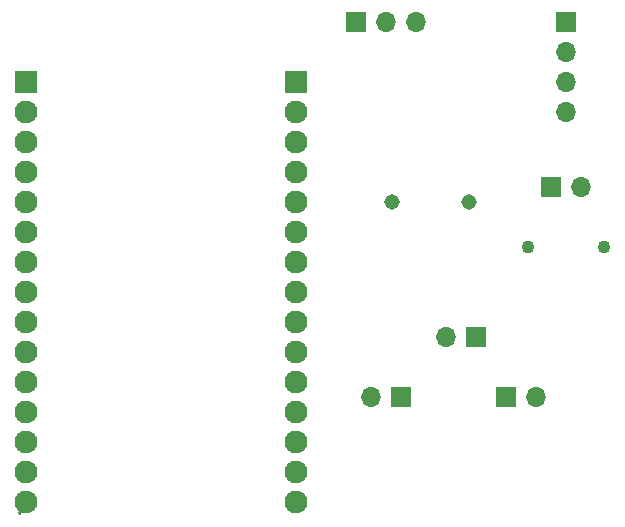
<source format=gbr>
%TF.GenerationSoftware,KiCad,Pcbnew,(5.1.12)-1*%
%TF.CreationDate,2021-12-20T17:02:30+01:00*%
%TF.ProjectId,PCB_Chair_tracker,5043425f-4368-4616-9972-5f747261636b,rev?*%
%TF.SameCoordinates,Original*%
%TF.FileFunction,Copper,L1,Top*%
%TF.FilePolarity,Positive*%
%FSLAX46Y46*%
G04 Gerber Fmt 4.6, Leading zero omitted, Abs format (unit mm)*
G04 Created by KiCad (PCBNEW (5.1.12)-1) date 2021-12-20 17:02:30*
%MOMM*%
%LPD*%
G01*
G04 APERTURE LIST*
%TA.AperFunction,ComponentPad*%
%ADD10R,1.700000X1.700000*%
%TD*%
%TA.AperFunction,ComponentPad*%
%ADD11O,1.700000X1.700000*%
%TD*%
%TA.AperFunction,ComponentPad*%
%ADD12R,1.930000X1.930000*%
%TD*%
%TA.AperFunction,ComponentPad*%
%ADD13C,1.930000*%
%TD*%
%TA.AperFunction,ComponentPad*%
%ADD14C,1.308000*%
%TD*%
%TA.AperFunction,ComponentPad*%
%ADD15C,1.100000*%
%TD*%
%TA.AperFunction,Conductor*%
%ADD16C,0.250000*%
%TD*%
G04 APERTURE END LIST*
D10*
%TO.P,tp2,1*%
%TO.N,/VIN*%
X153670000Y-97790000D03*
D11*
%TO.P,tp2,2*%
%TO.N,/B+*%
X151130000Y-97790000D03*
%TD*%
D12*
%TO.P,ESP1,J1_1*%
%TO.N,N/C*%
X121960001Y-71120000D03*
D13*
%TO.P,ESP1,J1_2*%
X121960001Y-73660000D03*
%TO.P,ESP1,J1_3*%
X121960001Y-76200000D03*
%TO.P,ESP1,J1_4*%
X121960001Y-78740000D03*
%TO.P,ESP1,J1_5*%
X121960001Y-81280000D03*
%TO.P,ESP1,J1_6*%
X121960001Y-83820000D03*
%TO.P,ESP1,J1_7*%
X121960001Y-86360000D03*
%TO.P,ESP1,J1_8*%
X121960001Y-88900000D03*
%TO.P,ESP1,J1_9*%
X121960001Y-91440000D03*
%TO.P,ESP1,J1_10*%
X121960001Y-93980000D03*
%TO.P,ESP1,J1_11*%
X121960001Y-96520000D03*
%TO.P,ESP1,J1_12*%
X121960001Y-99060000D03*
%TO.P,ESP1,J1_13*%
X121960001Y-101600000D03*
%TO.P,ESP1,J1_14*%
X121960001Y-104140000D03*
%TO.P,ESP1,J1_15*%
%TO.N,/VIN*%
X121960001Y-106680000D03*
D12*
%TO.P,ESP1,J2_1*%
%TO.N,/VIBRADOR_PIN*%
X144820001Y-71120000D03*
D13*
%TO.P,ESP1,J2_2*%
%TO.N,/TRIGGER_PIN*%
X144820001Y-73660000D03*
%TO.P,ESP1,J2_3*%
%TO.N,/ECHO_PIN*%
X144820001Y-76200000D03*
%TO.P,ESP1,J2_4*%
%TO.N,/ALARMA_PIN*%
X144820001Y-78740000D03*
%TO.P,ESP1,J2_5*%
%TO.N,N/C*%
X144820001Y-81280000D03*
%TO.P,ESP1,J2_6*%
X144820001Y-83820000D03*
%TO.P,ESP1,J2_7*%
X144820001Y-86360000D03*
%TO.P,ESP1,J2_8*%
X144820001Y-88900000D03*
%TO.P,ESP1,J2_9*%
X144820001Y-91440000D03*
%TO.P,ESP1,J2_10*%
X144820001Y-93980000D03*
%TO.P,ESP1,J2_11*%
X144820001Y-96520000D03*
%TO.P,ESP1,J2_12*%
X144820001Y-99060000D03*
%TO.P,ESP1,J2_13*%
X144820001Y-101600000D03*
%TO.P,ESP1,J2_14*%
%TO.N,/GND*%
X144820001Y-104140000D03*
%TO.P,ESP1,J2_15*%
%TO.N,/3V3*%
X144820001Y-106680000D03*
%TD*%
D10*
%TO.P,Prox1,1*%
%TO.N,/VIN*%
X167640000Y-66040000D03*
D11*
%TO.P,Prox1,2*%
%TO.N,/TRIGGER_PIN*%
X167640000Y-68580000D03*
%TO.P,Prox1,3*%
%TO.N,/ECHO_PIN*%
X167640000Y-71120000D03*
%TO.P,Prox1,4*%
%TO.N,/GND*%
X167640000Y-73660000D03*
%TD*%
D10*
%TO.P,Vib1,1*%
%TO.N,/VIBRADOR_PIN*%
X149860000Y-66040000D03*
D11*
%TO.P,Vib1,2*%
%TO.N,/VIN*%
X152400000Y-66040000D03*
%TO.P,Vib1,3*%
%TO.N,/GND*%
X154940000Y-66040000D03*
%TD*%
D10*
%TO.P,bat1,1*%
%TO.N,/B-*%
X160020000Y-92710000D03*
D11*
%TO.P,bat1,2*%
%TO.N,/B+*%
X157480000Y-92710000D03*
%TD*%
%TO.P,tp1,2*%
%TO.N,/GND*%
X165100000Y-97790000D03*
D10*
%TO.P,tp1,1*%
%TO.N,/B-*%
X162560000Y-97790000D03*
%TD*%
D11*
%TO.P,led1,2*%
%TO.N,Net-(R1-Pad2)*%
X168910000Y-80010000D03*
D10*
%TO.P,led1,1*%
%TO.N,/GND*%
X166370000Y-80010000D03*
%TD*%
D14*
%TO.P,Alt1,P*%
%TO.N,/ALARMA_PIN*%
X152960000Y-81280000D03*
%TO.P,Alt1,N*%
%TO.N,/GND*%
X159460000Y-81280000D03*
%TD*%
D15*
%TO.P,R1,1*%
%TO.N,/3V3*%
X164440000Y-85090000D03*
%TO.P,R1,2*%
%TO.N,Net-(R1-Pad2)*%
X170840000Y-85090000D03*
%TD*%
D16*
%TO.N,/VIN*%
X121305000Y-107610002D02*
X121960001Y-106955001D01*
%TD*%
M02*

</source>
